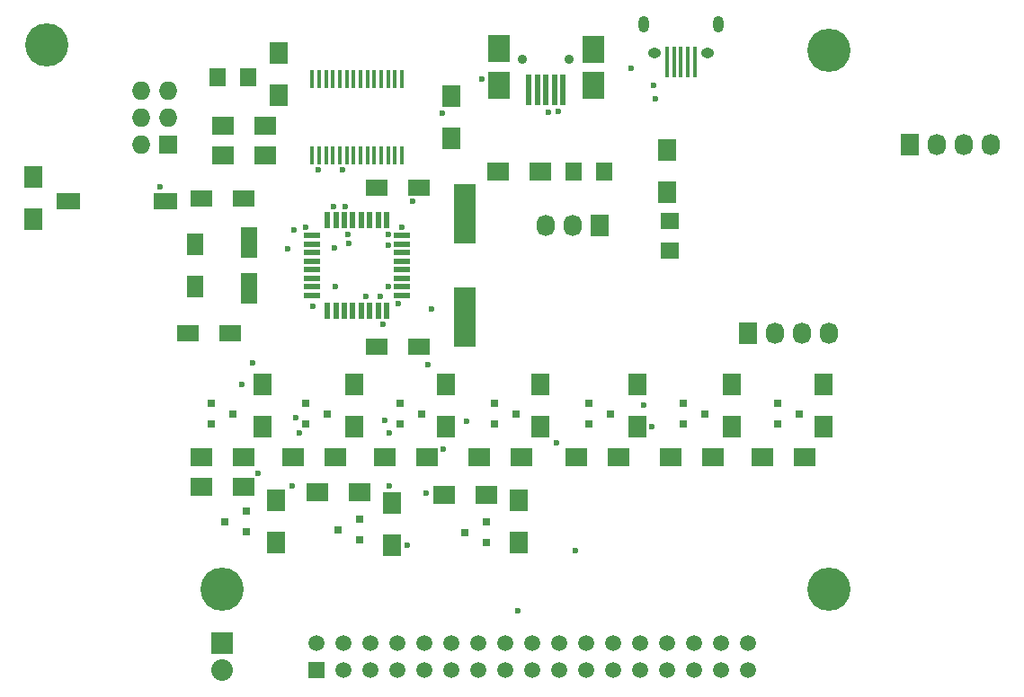
<source format=gts>
%TF.GenerationSoftware,KiCad,Pcbnew,4.0.2+dfsg1-stable*%
%TF.CreationDate,2019-06-17T20:18:25+02:00*%
%TF.ProjectId,usbavrfloppy,757362617672666C6F7070792E6B6963,rev?*%
%TF.FileFunction,Soldermask,Top*%
%FSLAX46Y46*%
G04 Gerber Fmt 4.6, Leading zero omitted, Abs format (unit mm)*
G04 Created by KiCad (PCBNEW 4.0.2+dfsg1-stable) date Mon 17 Jun 2019 20:18:25 CEST*
%MOMM*%
G01*
G04 APERTURE LIST*
%ADD10C,0.100000*%
%ADD11R,1.700000X2.000000*%
%ADD12R,2.000000X1.700000*%
%ADD13R,1.597660X1.800860*%
%ADD14R,1.800860X1.597660*%
%ADD15R,2.000000X1.600000*%
%ADD16R,1.600000X2.000000*%
%ADD17R,1.520000X1.520000*%
%ADD18C,1.520000*%
%ADD19R,2.180000X1.600000*%
%ADD20R,2.100580X5.600700*%
%ADD21R,0.450000X1.750000*%
%ADD22R,0.800100X0.800100*%
%ADD23R,1.727200X2.032000*%
%ADD24O,1.727200X2.032000*%
%ADD25R,2.032000X2.032000*%
%ADD26O,2.032000X2.032000*%
%ADD27R,1.727200X1.727200*%
%ADD28O,1.727200X1.727200*%
%ADD29R,1.600200X2.999740*%
%ADD30R,1.600000X0.550000*%
%ADD31R,0.550000X1.600000*%
%ADD32C,4.064000*%
%ADD33R,0.500380X3.000000*%
%ADD34R,1.998980X2.499360*%
%ADD35C,0.899160*%
%ADD36R,0.400000X3.000000*%
%ADD37O,1.250000X0.950000*%
%ADD38O,1.000000X1.550000*%
%ADD39C,0.600000*%
G04 APERTURE END LIST*
D10*
D11*
X106680000Y-78200000D03*
X106680000Y-74200000D03*
D12*
X124492000Y-72136000D03*
X128492000Y-72136000D03*
D11*
X146050000Y-70580000D03*
X146050000Y-66580000D03*
D12*
X124492000Y-69342000D03*
X128492000Y-69342000D03*
X150400000Y-73660000D03*
X154400000Y-73660000D03*
D11*
X166370000Y-71660000D03*
X166370000Y-75660000D03*
X152400000Y-104680000D03*
X152400000Y-108680000D03*
X140462000Y-104934000D03*
X140462000Y-108934000D03*
X129540000Y-104680000D03*
X129540000Y-108680000D03*
X181102000Y-93758000D03*
X181102000Y-97758000D03*
D12*
X149320000Y-104140000D03*
X145320000Y-104140000D03*
X137382000Y-103886000D03*
X133382000Y-103886000D03*
X122460000Y-103378000D03*
X126460000Y-103378000D03*
X179292000Y-100584000D03*
X175292000Y-100584000D03*
D11*
X172466000Y-93758000D03*
X172466000Y-97758000D03*
X163576000Y-93758000D03*
X163576000Y-97758000D03*
X154432000Y-93758000D03*
X154432000Y-97758000D03*
X145542000Y-93758000D03*
X145542000Y-97758000D03*
X136906000Y-93758000D03*
X136906000Y-97758000D03*
D12*
X170656000Y-100584000D03*
X166656000Y-100584000D03*
X161766000Y-100584000D03*
X157766000Y-100584000D03*
X152622000Y-100584000D03*
X148622000Y-100584000D03*
X143732000Y-100584000D03*
X139732000Y-100584000D03*
X135096000Y-100584000D03*
X131096000Y-100584000D03*
D11*
X128270000Y-93758000D03*
X128270000Y-97758000D03*
D12*
X126460000Y-100584000D03*
X122460000Y-100584000D03*
D11*
X129794000Y-66516000D03*
X129794000Y-62516000D03*
D13*
X157584140Y-73660000D03*
X160423860Y-73660000D03*
D14*
X166624000Y-78336140D03*
X166624000Y-81175860D03*
D13*
X124056140Y-64770000D03*
X126895860Y-64770000D03*
D15*
X126460000Y-76200000D03*
X122460000Y-76200000D03*
X121190000Y-88900000D03*
X125190000Y-88900000D03*
D16*
X121920000Y-80550000D03*
X121920000Y-84550000D03*
D15*
X138970000Y-75184000D03*
X142970000Y-75184000D03*
X138970000Y-90170000D03*
X142970000Y-90170000D03*
D17*
X133350000Y-120650000D03*
D18*
X133350000Y-118110000D03*
X135890000Y-120650000D03*
X135890000Y-118110000D03*
X138430000Y-120650000D03*
X138430000Y-118110000D03*
X140970000Y-120650000D03*
X140970000Y-118110000D03*
X143510000Y-120650000D03*
X143510000Y-118110000D03*
X146050000Y-120650000D03*
X146050000Y-118110000D03*
X148590000Y-120650000D03*
X148590000Y-118110000D03*
X151130000Y-120650000D03*
X151130000Y-118110000D03*
X153670000Y-120650000D03*
X153670000Y-118110000D03*
X156210000Y-120650000D03*
X156210000Y-118110000D03*
X158750000Y-120650000D03*
X158750000Y-118110000D03*
X161290000Y-120650000D03*
X161290000Y-118110000D03*
X163830000Y-120650000D03*
X163830000Y-118110000D03*
X166370000Y-120650000D03*
X166370000Y-118110000D03*
X168910000Y-120650000D03*
X168910000Y-118110000D03*
X171450000Y-120650000D03*
X171450000Y-118110000D03*
X173990000Y-120650000D03*
X173990000Y-118110000D03*
D19*
X109964000Y-76454000D03*
X119144000Y-76454000D03*
D20*
X147320000Y-77701140D03*
X147320000Y-87398860D03*
D21*
X132935000Y-72180000D03*
X133585000Y-72180000D03*
X134235000Y-72180000D03*
X134885000Y-72180000D03*
X135535000Y-72180000D03*
X136185000Y-72180000D03*
X136835000Y-72180000D03*
X137485000Y-72180000D03*
X138135000Y-72180000D03*
X138785000Y-72180000D03*
X139435000Y-72180000D03*
X140085000Y-72180000D03*
X140735000Y-72180000D03*
X141385000Y-72180000D03*
X141385000Y-64980000D03*
X140735000Y-64980000D03*
X140085000Y-64980000D03*
X139435000Y-64980000D03*
X138785000Y-64980000D03*
X138135000Y-64980000D03*
X137485000Y-64980000D03*
X136835000Y-64980000D03*
X136185000Y-64980000D03*
X135535000Y-64980000D03*
X134885000Y-64980000D03*
X134235000Y-64980000D03*
X133585000Y-64980000D03*
X132935000Y-64980000D03*
D22*
X149336760Y-108646000D03*
X149336760Y-106746000D03*
X147337780Y-107696000D03*
X137398760Y-108392000D03*
X137398760Y-106492000D03*
X135399780Y-107442000D03*
X126730760Y-107630000D03*
X126730760Y-105730000D03*
X124731780Y-106680000D03*
X176799240Y-95570000D03*
X176799240Y-97470000D03*
X178798220Y-96520000D03*
X167909240Y-95570000D03*
X167909240Y-97470000D03*
X169908220Y-96520000D03*
X159019240Y-95570000D03*
X159019240Y-97470000D03*
X161018220Y-96520000D03*
X150129240Y-95570000D03*
X150129240Y-97470000D03*
X152128220Y-96520000D03*
X141239240Y-95570000D03*
X141239240Y-97470000D03*
X143238220Y-96520000D03*
X132349240Y-95570000D03*
X132349240Y-97470000D03*
X134348220Y-96520000D03*
X123459240Y-95570000D03*
X123459240Y-97470000D03*
X125458220Y-96520000D03*
D23*
X160020000Y-78740000D03*
D24*
X157480000Y-78740000D03*
X154940000Y-78740000D03*
D23*
X189230000Y-71120000D03*
D24*
X191770000Y-71120000D03*
X194310000Y-71120000D03*
X196850000Y-71120000D03*
D23*
X173990000Y-88900000D03*
D24*
X176530000Y-88900000D03*
X179070000Y-88900000D03*
X181610000Y-88900000D03*
D25*
X124460000Y-118110000D03*
D26*
X124460000Y-120650000D03*
D27*
X119380000Y-71120000D03*
D28*
X116840000Y-71120000D03*
X119380000Y-68580000D03*
X116840000Y-68580000D03*
X119380000Y-66040000D03*
X116840000Y-66040000D03*
D29*
X127000000Y-80350360D03*
X127000000Y-84749640D03*
D30*
X141410000Y-85350000D03*
X141410000Y-84550000D03*
X141410000Y-83750000D03*
X141410000Y-82950000D03*
X141410000Y-82150000D03*
X141410000Y-81350000D03*
X141410000Y-80550000D03*
X141410000Y-79750000D03*
D31*
X139960000Y-78300000D03*
X139160000Y-78300000D03*
X138360000Y-78300000D03*
X137560000Y-78300000D03*
X136760000Y-78300000D03*
X135960000Y-78300000D03*
X135160000Y-78300000D03*
X134360000Y-78300000D03*
D30*
X132910000Y-79750000D03*
X132910000Y-80550000D03*
X132910000Y-81350000D03*
X132910000Y-82150000D03*
X132910000Y-82950000D03*
X132910000Y-83750000D03*
X132910000Y-84550000D03*
X132910000Y-85350000D03*
D31*
X134360000Y-86800000D03*
X135160000Y-86800000D03*
X135960000Y-86800000D03*
X136760000Y-86800000D03*
X137560000Y-86800000D03*
X138360000Y-86800000D03*
X139160000Y-86800000D03*
X139960000Y-86800000D03*
D32*
X124460000Y-113030000D03*
X181610000Y-113030000D03*
X181610000Y-62230000D03*
X107950000Y-61722000D03*
D33*
X155740100Y-66027300D03*
D34*
X159390080Y-62151260D03*
D33*
X156540200Y-66027300D03*
X154940000Y-66027300D03*
X154139900Y-66027300D03*
X153339800Y-66027300D03*
D34*
X159390080Y-65580260D03*
X150489920Y-65580260D03*
X150495000Y-62103000D03*
D35*
X157139640Y-63080900D03*
X152740360Y-63080900D03*
D36*
X168945560Y-63350140D03*
X168290900Y-63350000D03*
X167640900Y-63350000D03*
X166990900Y-63350000D03*
X166340900Y-63350000D03*
D37*
X170140900Y-62522540D03*
X165140900Y-62522540D03*
D38*
X171140900Y-59822540D03*
X164140900Y-59822540D03*
D39*
X118626100Y-75148900D03*
X144195300Y-86639500D03*
X140100300Y-80657200D03*
X142374300Y-76508800D03*
X141410000Y-78933200D03*
X132349100Y-78933000D03*
X131220000Y-79231100D03*
X134925400Y-76993600D03*
X140225700Y-103352100D03*
X152306000Y-115112200D03*
X131718100Y-98370700D03*
X145269700Y-99821800D03*
X140202100Y-98310300D03*
X164944200Y-97758000D03*
X162990500Y-64005300D03*
X165101800Y-65614400D03*
X148948600Y-64980000D03*
X155176700Y-68119800D03*
X133524600Y-73558800D03*
X138028000Y-85488000D03*
X135755800Y-73568300D03*
X139347300Y-85487400D03*
X145223600Y-68176700D03*
X141860400Y-108934000D03*
X157680400Y-109420400D03*
X130663600Y-80977600D03*
X126268100Y-93758000D03*
X127302600Y-91737000D03*
X135023400Y-80902300D03*
X131383100Y-96903000D03*
X136373900Y-80455600D03*
X139793700Y-97193000D03*
X135120300Y-84550000D03*
X147436600Y-97214400D03*
X139587700Y-88110000D03*
X155947900Y-99296400D03*
X140080300Y-84550000D03*
X164125500Y-95682300D03*
X140073800Y-79626800D03*
X141055700Y-86146400D03*
X143810700Y-91883300D03*
X127844600Y-102159500D03*
X136324900Y-79620300D03*
X131007700Y-103354600D03*
X136065400Y-76996000D03*
X143674600Y-104045400D03*
X132991400Y-86378600D03*
X156128900Y-68044700D03*
X165241900Y-66804600D03*
M02*

</source>
